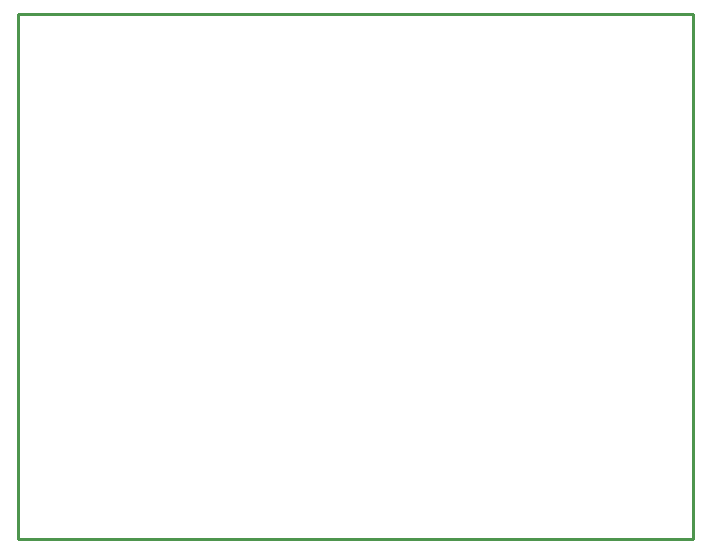
<source format=gko>
%FSLAX25Y25*%
%MOIN*%
G70*
G01*
G75*
G04 Layer_Color=16711935*
%ADD10R,0.12205X0.06299*%
%ADD11R,0.03543X0.03150*%
%ADD12R,0.03543X0.02756*%
%ADD13R,0.02756X0.03543*%
%ADD14R,0.01772X0.02362*%
%ADD15R,0.12795X0.08661*%
%ADD16R,0.03937X0.08661*%
%ADD17R,0.03937X0.05906*%
%ADD18R,0.06102X0.09646*%
%ADD19R,0.01378X0.03543*%
%ADD20R,0.01181X0.03937*%
%ADD21O,0.02362X0.08661*%
%ADD22O,0.01181X0.06299*%
%ADD23O,0.06299X0.01181*%
%ADD24R,0.20551X0.12205*%
%ADD25O,0.01378X0.06693*%
%ADD26R,0.05512X0.11811*%
%ADD27R,0.11811X0.05512*%
%ADD28R,0.02953X0.11024*%
%ADD29R,0.05118X0.06102*%
%ADD30R,0.07480X0.04331*%
%ADD31R,0.05906X0.03937*%
%ADD32C,0.01400*%
%ADD33C,0.00800*%
%ADD34C,0.01500*%
%ADD35C,0.00600*%
%ADD36C,0.03500*%
%ADD37C,0.02500*%
%ADD38C,0.01000*%
%ADD39C,0.01200*%
%ADD40C,0.03900*%
%ADD41C,0.05000*%
%ADD42R,0.05906X0.05906*%
%ADD43C,0.09055*%
%ADD44R,0.09055X0.09055*%
%ADD45C,0.05906*%
%ADD46R,0.05906X0.05906*%
%ADD47C,0.02500*%
%ADD48C,0.05000*%
%ADD49C,0.03000*%
%ADD50C,0.02000*%
%ADD51C,0.00984*%
%ADD52C,0.00394*%
%ADD53C,0.02362*%
%ADD54C,0.00984*%
%ADD55C,0.00787*%
%ADD56C,0.00500*%
%ADD57C,0.02000*%
%ADD58R,0.13005X0.07099*%
%ADD59R,0.04343X0.03950*%
%ADD60R,0.04343X0.03556*%
%ADD61R,0.03556X0.04343*%
%ADD62R,0.02572X0.03162*%
%ADD63R,0.13595X0.09461*%
%ADD64R,0.04737X0.09461*%
%ADD65R,0.04737X0.06706*%
%ADD66R,0.06902X0.10446*%
%ADD67R,0.02178X0.04343*%
%ADD68R,0.01981X0.04737*%
%ADD69O,0.03162X0.09461*%
%ADD70O,0.01981X0.07099*%
%ADD71O,0.07099X0.01981*%
%ADD72R,0.21351X0.13005*%
%ADD73O,0.02178X0.07493*%
%ADD74R,0.06312X0.12611*%
%ADD75R,0.12611X0.06312*%
%ADD76R,0.05918X0.06902*%
%ADD77R,0.08280X0.05131*%
%ADD78R,0.06706X0.04737*%
%ADD79R,0.06706X0.06706*%
%ADD80C,0.09855*%
%ADD81R,0.09855X0.09855*%
%ADD82C,0.06706*%
%ADD83R,0.06706X0.06706*%
%ADD84C,0.03300*%
%ADD85C,0.05800*%
%ADD86C,0.03800*%
%ADD87C,0.02800*%
%ADD88C,0.00495*%
%ADD89C,0.00004*%
%ADD90R,0.11496X0.02436*%
%ADD91R,0.05315X0.00953*%
%ADD92R,0.03543X0.00688*%
%ADD93C,0.00591*%
%ADD94C,0.00197*%
%ADD95C,0.00504*%
D38*
X0Y0D02*
Y175000D01*
X225000D01*
Y0D02*
Y175000D01*
X0Y0D02*
X225000D01*
M02*

</source>
